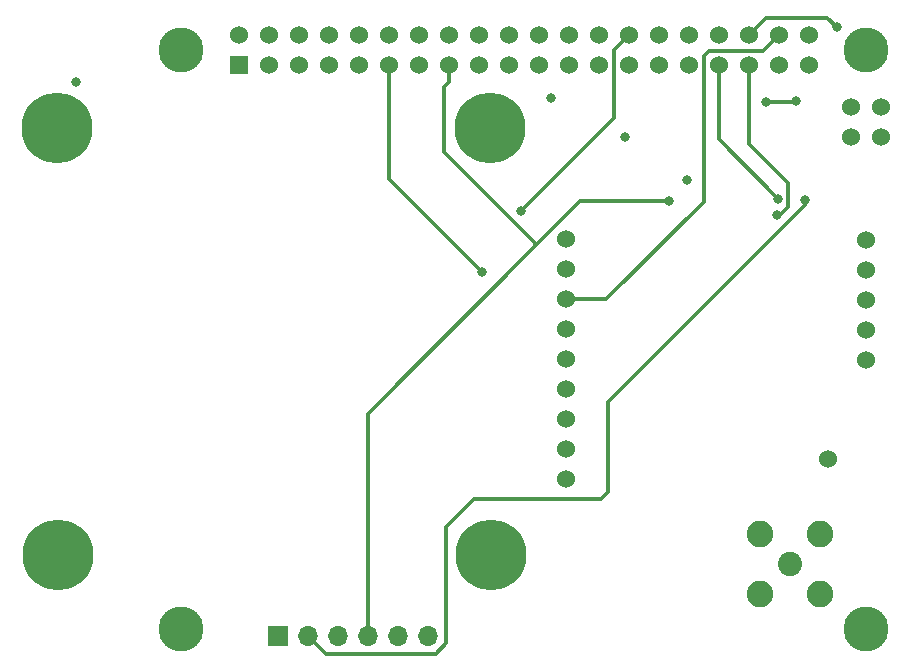
<source format=gbl>
%TF.GenerationSoftware,KiCad,Pcbnew,7.0.6-0*%
%TF.CreationDate,2024-03-05T22:32:30-08:00*%
%TF.ProjectId,New Groundstation,4e657720-4772-46f7-956e-647374617469,rev?*%
%TF.SameCoordinates,Original*%
%TF.FileFunction,Copper,L4,Bot*%
%TF.FilePolarity,Positive*%
%FSLAX46Y46*%
G04 Gerber Fmt 4.6, Leading zero omitted, Abs format (unit mm)*
G04 Created by KiCad (PCBNEW 7.0.6-0) date 2024-03-05 22:32:30*
%MOMM*%
%LPD*%
G01*
G04 APERTURE LIST*
%TA.AperFunction,ComponentPad*%
%ADD10R,1.524000X1.524000*%
%TD*%
%TA.AperFunction,ComponentPad*%
%ADD11C,1.524000*%
%TD*%
%TA.AperFunction,ComponentPad*%
%ADD12C,3.812400*%
%TD*%
%TA.AperFunction,ComponentPad*%
%ADD13C,6.000000*%
%TD*%
%TA.AperFunction,ComponentPad*%
%ADD14C,2.050000*%
%TD*%
%TA.AperFunction,ComponentPad*%
%ADD15C,2.250000*%
%TD*%
%TA.AperFunction,ComponentPad*%
%ADD16R,1.700000X1.700000*%
%TD*%
%TA.AperFunction,ComponentPad*%
%ADD17O,1.700000X1.700000*%
%TD*%
%TA.AperFunction,ViaPad*%
%ADD18C,0.800000*%
%TD*%
%TA.AperFunction,Conductor*%
%ADD19C,0.349250*%
%TD*%
G04 APERTURE END LIST*
D10*
%TO.P,U2,1,3V3*%
%TO.N,unconnected-(U2-3V3-Pad1)*%
X116223937Y-73469886D03*
D11*
%TO.P,U2,2,5V*%
%TO.N,+5V*%
X116223937Y-70929886D03*
%TO.P,U2,3,GPIO2/SDA1*%
%TO.N,unconnected-(U2-GPIO2{slash}SDA1-Pad3)*%
X118763937Y-73469886D03*
%TO.P,U2,4,5V*%
%TO.N,+5V*%
X118763937Y-70929886D03*
%TO.P,U2,5,GPIO3/SCL1*%
%TO.N,unconnected-(U2-GPIO3{slash}SCL1-Pad5)*%
X121303937Y-73469886D03*
%TO.P,U2,6,GND*%
%TO.N,GND*%
X121303937Y-70929886D03*
%TO.P,U2,7,GPIO4/GPIO_GCKL*%
%TO.N,unconnected-(U2-GPIO4{slash}GPIO_GCKL-Pad7)*%
X123843937Y-73469886D03*
%TO.P,U2,8,GPIO14/TXD0*%
%TO.N,unconnected-(U2-GPIO14{slash}TXD0-Pad8)*%
X123843937Y-70929886D03*
%TO.P,U2,9,GND*%
%TO.N,GND*%
X126383937Y-73469886D03*
%TO.P,U2,10,GPIO15/RXD0*%
%TO.N,unconnected-(U2-GPIO15{slash}RXD0-Pad10)*%
X126383937Y-70929886D03*
%TO.P,U2,11,GPIO17/GPIO_GEN0*%
%TO.N,/DIO0*%
X128923937Y-73469886D03*
%TO.P,U2,12,GPIO18/GPIO_GEN1*%
%TO.N,/DIO5*%
X128923937Y-70929886D03*
%TO.P,U2,13,GPIO27/GPIO_GEN2*%
%TO.N,/PTT_OUT*%
X131463937Y-73469886D03*
%TO.P,U2,14,GND*%
%TO.N,GND*%
X131463937Y-70929886D03*
%TO.P,U2,15,GPIO22/GPIO_GEN3*%
%TO.N,TX_CTRL*%
X134003937Y-73469886D03*
%TO.P,U2,16,GPIO23/GPIO_GEN4*%
%TO.N,unconnected-(U2-GPIO23{slash}GPIO_GEN4-Pad16)*%
X134003937Y-70929886D03*
%TO.P,U2,17,3V3*%
%TO.N,unconnected-(U2-3V3-Pad1)*%
X136543937Y-73469886D03*
%TO.P,U2,18,GPIO24/GPIO_GEN5*%
%TO.N,unconnected-(U2-GPIO24{slash}GPIO_GEN5-Pad18)*%
X136543937Y-70929886D03*
%TO.P,U2,19,GPIO10/SPI_MOSI*%
%TO.N,/MOSI*%
X139083937Y-73469886D03*
%TO.P,U2,20,GND*%
%TO.N,GND*%
X139083937Y-70929886D03*
%TO.P,U2,21,GPIO9/SPI_MISO*%
%TO.N,/MISO*%
X141623937Y-73469886D03*
%TO.P,U2,22,GPIO25/GPIO_GEN6*%
%TO.N,unconnected-(U2-GPIO25{slash}GPIO_GEN6-Pad22)*%
X141623937Y-70929886D03*
%TO.P,U2,23,GPIO11/SPI_SCLK*%
%TO.N,/SCK*%
X144163937Y-73469886D03*
%TO.P,U2,24,GPIO8/~{SPI_CE0}*%
%TO.N,unconnected-(U2-GPIO8{slash}~{SPI_CE0}-Pad24)*%
X144163937Y-70929886D03*
%TO.P,U2,25,GND*%
%TO.N,GND*%
X146703937Y-73469886D03*
%TO.P,U2,26,GPIO7/~{SPI_CE1}*%
%TO.N,/CS*%
X146703937Y-70929886D03*
%TO.P,U2,27,ID_SD*%
%TO.N,unconnected-(U2-ID_SD-Pad27)*%
X149243937Y-73469886D03*
%TO.P,U2,28,ID_SC*%
%TO.N,/PTT_IN*%
X149243937Y-70929886D03*
%TO.P,U2,29,GPIO5*%
%TO.N,unconnected-(U2-GPIO5-Pad29)*%
X151783937Y-73469886D03*
%TO.P,U2,30,GND*%
%TO.N,GND*%
X151783937Y-70929886D03*
%TO.P,U2,31,GPIO6*%
%TO.N,/RST*%
X154323937Y-73469886D03*
%TO.P,U2,32,GPIO12*%
%TO.N,/DIO1*%
X154323937Y-70929886D03*
%TO.P,U2,33,GPIO13*%
%TO.N,/DIO2*%
X156863937Y-73469886D03*
%TO.P,U2,34,GND*%
%TO.N,GND*%
X156863937Y-70929886D03*
%TO.P,U2,35,GPIO19*%
%TO.N,/DIO4*%
X159403937Y-73469886D03*
%TO.P,U2,36,GPIO16*%
%TO.N,/DIO3*%
X159403937Y-70929886D03*
%TO.P,U2,37,GPIO26*%
%TO.N,RX_CTRL*%
X161943937Y-73469886D03*
%TO.P,U2,38,GPIO20*%
%TO.N,/enable*%
X161943937Y-70929886D03*
%TO.P,U2,39,GND*%
%TO.N,GND*%
X164483937Y-73469886D03*
%TO.P,U2,40,GPIO21*%
%TO.N,unconnected-(U2-GPIO21-Pad40)*%
X164483937Y-70929886D03*
%TO.P,U2,41,TR01*%
%TO.N,unconnected-(U2-TR01-Pad41)*%
X170583937Y-79592886D03*
%TO.P,U2,42,TR00*%
%TO.N,unconnected-(U2-TR00-Pad42)*%
X170583937Y-77052886D03*
%TO.P,U2,43,TR03*%
%TO.N,unconnected-(U2-TR03-Pad43)*%
X168043937Y-79592886D03*
%TO.P,U2,44,TR02*%
%TO.N,unconnected-(U2-TR02-Pad44)*%
X168043937Y-77052886D03*
D12*
%TO.P,U2,S1,SHIELD*%
%TO.N,GND*%
X111353937Y-72199886D03*
%TO.P,U2,S2,SHIELD*%
X169353937Y-72199886D03*
%TO.P,U2,S3,SHIELD*%
X169353937Y-121199886D03*
%TO.P,U2,S4,SHIELD*%
X111353937Y-121199886D03*
%TD*%
D13*
%TO.P,U1,4,GND*%
%TO.N,GND*%
X100853937Y-78835000D03*
X100953937Y-114935000D03*
X137503937Y-78835000D03*
X137603937Y-114935000D03*
%TD*%
D11*
%TO.P,RMF96W1,1,Vin*%
%TO.N,+5V*%
X143974575Y-88237234D03*
%TO.P,RMF96W1,2,GND*%
%TO.N,GND*%
X143974575Y-90777234D03*
%TO.P,RMF96W1,3,EN*%
%TO.N,/enable*%
X143974575Y-93317234D03*
%TO.P,RMF96W1,4,DIO0*%
%TO.N,/DIO0*%
X143974575Y-95857234D03*
%TO.P,RMF96W1,5,SCK_5V*%
%TO.N,/SCK_5V*%
X143974575Y-98397234D03*
%TO.P,RMF96W1,6,MISO_3V*%
%TO.N,/MOSI_5V*%
X143974575Y-100937234D03*
%TO.P,RMF96W1,7,MOSI_5V*%
%TO.N,/MISO_3V*%
X143974575Y-103477234D03*
%TO.P,RMF96W1,8,CS_5V*%
%TO.N,/CS_5V*%
X143974575Y-106017234D03*
%TO.P,RMF96W1,9,RST_5V*%
%TO.N,/RST_5V*%
X143974575Y-108557234D03*
%TO.P,RMF96W1,10,DIO1*%
%TO.N,/DIO1*%
X169361899Y-88289567D03*
%TO.P,RMF96W1,11,DIO2*%
%TO.N,/DIO2*%
X169361899Y-90829567D03*
%TO.P,RMF96W1,12,DIO3*%
%TO.N,/DIO3*%
X169361899Y-93369567D03*
%TO.P,RMF96W1,13,DIO4*%
%TO.N,/DIO4*%
X169361899Y-95909567D03*
%TO.P,RMF96W1,14,DIO5*%
%TO.N,/DIO5*%
X169361899Y-98449567D03*
%TO.P,RMF96W1,15,Antenna*%
%TO.N,Net-(J1-In)*%
X166085299Y-106780767D03*
%TD*%
D14*
%TO.P,J1,1,In*%
%TO.N,Net-(J1-In)*%
X162876937Y-115697000D03*
D15*
%TO.P,J1,2,Ext*%
%TO.N,GND*%
X160336937Y-113157000D03*
X160336937Y-118237000D03*
X165416937Y-113157000D03*
X165416937Y-118237000D03*
%TD*%
D16*
%TO.P,J2,1,Pin_1*%
%TO.N,PA_PTT*%
X119569937Y-121793000D03*
D17*
%TO.P,J2,2,Pin_2*%
%TO.N,LNA_PTT*%
X122109937Y-121793000D03*
%TO.P,J2,3,Pin_3*%
%TO.N,/PTT_IN*%
X124649937Y-121793000D03*
%TO.P,J2,4,Pin_4*%
%TO.N,TX_CTRL*%
X127189937Y-121793000D03*
%TO.P,J2,5,Pin_5*%
%TO.N,RX_CTRL*%
X129729937Y-121793000D03*
%TO.P,J2,6,Pin_6*%
%TO.N,GND*%
X132269937Y-121793000D03*
%TD*%
D18*
%TO.N,GND*%
X148932337Y-79552800D03*
X142658537Y-76250800D03*
X102450337Y-74879200D03*
X154158947Y-83190790D03*
%TO.N,LNA_PTT*%
X164146937Y-84886800D03*
%TO.N,/PTT_IN*%
X140131237Y-85813900D03*
%TO.N,/PTT_OUT*%
X160861812Y-76581000D03*
X163410337Y-76504800D03*
%TO.N,/DIO0*%
X136816537Y-91008200D03*
%TO.N,TX_CTRL*%
X152666137Y-85013800D03*
%TO.N,/DIO2*%
X161911737Y-84810600D03*
%TO.N,/DIO4*%
X161767621Y-86196840D03*
%TO.N,/DIO3*%
X166864737Y-70281800D03*
%TD*%
D19*
%TO.N,LNA_PTT*%
X122109937Y-121793000D02*
X123642562Y-123325625D01*
X123642562Y-123325625D02*
X132904772Y-123325625D01*
X132904772Y-123325625D02*
X133802562Y-122427835D01*
X133802562Y-122427835D02*
X133802562Y-112604389D01*
X147509937Y-101984880D02*
X164146937Y-85347881D01*
X133802562Y-112604389D02*
X136170951Y-110236000D01*
X136170951Y-110236000D02*
X146925737Y-110236000D01*
X146925737Y-110236000D02*
X147509937Y-109651800D01*
X147509937Y-109651800D02*
X147509937Y-101984880D01*
X164146937Y-85347881D02*
X164146937Y-84886800D01*
%TO.N,/PTT_IN*%
X147973937Y-72199886D02*
X149243937Y-70929886D01*
X147973937Y-77971200D02*
X147973937Y-72199886D01*
X140131237Y-85813900D02*
X147973937Y-77971200D01*
%TO.N,/PTT_OUT*%
X163334137Y-76581000D02*
X163410337Y-76504800D01*
X160861812Y-76581000D02*
X163334137Y-76581000D01*
%TO.N,/DIO0*%
X136816537Y-91008200D02*
X128923937Y-83115600D01*
X128923937Y-83115600D02*
X128923937Y-73469886D01*
%TO.N,TX_CTRL*%
X133590737Y-75336400D02*
X134003937Y-74923200D01*
X134003937Y-74923200D02*
X134003937Y-73469886D01*
X141354069Y-88814732D02*
X145155000Y-85013800D01*
X127189937Y-121793000D02*
X127189937Y-102978863D01*
X145155000Y-85013800D02*
X152666137Y-85013800D01*
X141354069Y-88814732D02*
X141354069Y-88567795D01*
X127189937Y-102978863D02*
X141354069Y-88814732D01*
X141354069Y-88567795D02*
X133590737Y-80804463D01*
X133590737Y-80804463D02*
X133590737Y-75336400D01*
%TO.N,/DIO2*%
X156863937Y-79762800D02*
X156863937Y-73469886D01*
X161911737Y-84810600D02*
X156863937Y-79762800D01*
%TO.N,/DIO4*%
X161767621Y-86196840D02*
X162056560Y-86196840D01*
X162775337Y-83489463D02*
X159403937Y-80118063D01*
X162775337Y-85478063D02*
X162775337Y-83489463D01*
X162056560Y-86196840D02*
X162775337Y-85478063D01*
X159403937Y-80118063D02*
X159403937Y-73469886D01*
%TO.N,/DIO3*%
X166864737Y-70281800D02*
X166068198Y-69485261D01*
X166068198Y-69485261D02*
X160848562Y-69485261D01*
X160848562Y-69485261D02*
X159403937Y-70929886D01*
%TO.N,/enable*%
X155587137Y-85090913D02*
X155587137Y-72694800D01*
X156095137Y-72263000D02*
X156018937Y-72263000D01*
X147360816Y-93317234D02*
X155587137Y-85090913D01*
X143974575Y-93317234D02*
X147360816Y-93317234D01*
X160610823Y-72263000D02*
X161943937Y-70929886D01*
X156095137Y-72263000D02*
X160610823Y-72263000D01*
X156018937Y-72263000D02*
X155587137Y-72694800D01*
%TD*%
M02*

</source>
